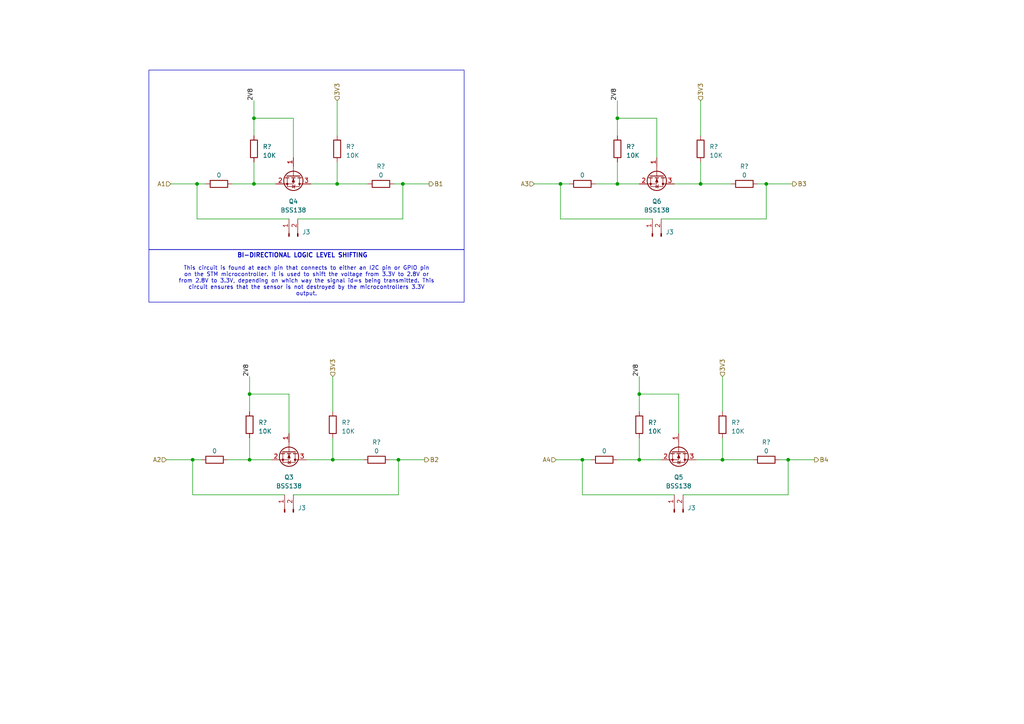
<source format=kicad_sch>
(kicad_sch (version 20230121) (generator eeschema)
  (paper "A4")
  (title_block (title "Logic Level Shifting") (rev "0.0v") (company "Univercity of Cape Town") (comment 1 "Author: Simon Carthew"))
  (lib_symbols
    (symbol "Connector:Conn_01x02_Pin" (pin_names (offset 1.016) hide)
      (property "Reference" "J" (at 0 2.54 0))
      (property "Value" "Conn_01x02_Pin" (at 0 -5.08 0))
      (symbol "Conn_01x02_Pin_1_1"
        (polyline (pts (xy 1.27 -2.54) (xy 0.8636 -2.54)) (stroke (width 0.1524)))
        (polyline (pts (xy 1.27 0) (xy 0.8636 0)) (stroke (width 0.1524)))
        (rectangle (start 0.8636 -2.413) (end 0 -2.667) (stroke (width 0.1524)) (fill (type outline)))
        (rectangle (start 0.8636 0.127) (end 0 -0.127) (stroke (width 0.1524)) (fill (type outline)))
        (pin passive line (at 5.08 0 180) (length 3.81) (name "Pin_1") (number "1"))
        (pin passive line (at 5.08 -2.54 180) (length 3.81) (name "Pin_2") (number "2"))
      )
    )
    (symbol "Device:R" (pin_numbers hide) (pin_names (offset 0))
      (property "Reference" "R" (at 2.032 0 90))
      (property "Value" "R" (at 0 0 90))
      (symbol "R_0_1"
        (rectangle (start -1.016 -2.54) (end 1.016 2.54) (stroke (width 0.254)))
      )
      (symbol "R_1_1"
        (pin passive line (at 0 3.81 270) (length 1.27) (name "~") (number "1"))
        (pin passive line (at 0 -3.81 90) (length 1.27) (name "~") (number "2"))
      )
    )
    (symbol "Transistor_FET:BSS138" (pin_names hide)
      (property "Reference" "Q" (at 5.08 1.905 0))
      (property "Value" "BSS138" (at 5.08 0 0))
      (symbol "BSS138_0_1"
        (polyline (pts (xy 0.254 0) (xy -2.54 0)))
        (polyline (pts (xy 0.254 1.905) (xy 0.254 -1.905)) (stroke (width 0.254)))
        (polyline (pts (xy 0.762 -1.27) (xy 0.762 -2.286)) (stroke (width 0.254)))
        (polyline (pts (xy 0.762 0.508) (xy 0.762 -0.508)) (stroke (width 0.254)))
        (polyline (pts (xy 0.762 2.286) (xy 0.762 1.27)) (stroke (width 0.254)))
        (polyline (pts (xy 2.54 2.54) (xy 2.54 1.778)))
        (polyline (pts (xy 2.54 -2.54) (xy 2.54 0) (xy 0.762 0)))
        (polyline (pts (xy 0.762 -1.778) (xy 3.302 -1.778) (xy 3.302 1.778) (xy 0.762 1.778)))
        (polyline (pts (xy 1.016 0) (xy 2.032 0.381) (xy 2.032 -0.381) (xy 1.016 0)) (fill (type outline)))
        (polyline (pts (xy 2.794 0.508) (xy 2.921 0.381) (xy 3.683 0.381) (xy 3.81 0.254)))
        (polyline (pts (xy 3.302 0.381) (xy 2.921 -0.254) (xy 3.683 -0.254) (xy 3.302 0.381)))
        (circle (center 1.651 0) (radius 2.794) (stroke (width 0.254)))
        (circle (center 2.54 -1.778) (radius 0.254) (fill (type outline)))
        (circle (center 2.54 1.778) (radius 0.254) (fill (type outline)))
      )
      (symbol "BSS138_1_1"
        (pin input line (at -5.08 0 0) (length 2.54) (name "G") (number "1"))
        (pin passive line (at 2.54 -5.08 90) (length 2.54) (name "S") (number "2"))
        (pin passive line (at 2.54 5.08 270) (length 2.54) (name "D") (number "3"))
      )
    )
  )
  (junction (at 96.52 133.35))
  (junction (at 97.79 53.34))
  (junction (at 57.15 53.34))
  (junction (at 73.66 34.29))
  (junction (at 116.84 53.34))
  (junction (at 185.42 114.3))
  (junction (at 179.07 53.34))
  (junction (at 162.56 53.34))
  (junction (at 73.66 53.34))
  (junction (at 72.39 114.3))
  (junction (at 203.2 53.34))
  (junction (at 179.07 34.29))
  (junction (at 115.57 133.35))
  (junction (at 168.91 133.35))
  (junction (at 72.39 133.35))
  (junction (at 185.42 133.35))
  (junction (at 55.88 133.35))
  (junction (at 228.6 133.35))
  (junction (at 222.25 53.34))
  (junction (at 209.55 133.35))
  (wire (pts (xy 83.82 114.3) (xy 83.82 125.73)))
  (wire (pts (xy 97.79 46.99) (xy 97.79 53.34)))
  (wire (pts (xy 222.25 63.5) (xy 222.25 53.34)))
  (wire (pts (xy 57.15 53.34) (xy 57.15 63.5)))
  (wire (pts (xy 48.26 133.35) (xy 55.88 133.35)))
  (wire (pts (xy 179.07 34.29) (xy 190.5 34.29)))
  (wire (pts (xy 162.56 63.5) (xy 189.23 63.5)))
  (wire (pts (xy 219.71 53.34) (xy 222.25 53.34)))
  (wire (pts (xy 72.39 114.3) (xy 83.82 114.3)))
  (wire (pts (xy 226.06 133.35) (xy 228.6 133.35)))
  (wire (pts (xy 168.91 143.51) (xy 195.58 143.51)))
  (wire (pts (xy 66.04 133.35) (xy 72.39 133.35)))
  (wire (pts (xy 191.77 63.5) (xy 222.25 63.5)))
  (wire (pts (xy 203.2 29.21) (xy 203.2 39.37)))
  (wire (pts (xy 203.2 53.34) (xy 212.09 53.34)))
  (wire (pts (xy 72.39 127) (xy 72.39 133.35)))
  (wire (pts (xy 179.07 53.34) (xy 185.42 53.34)))
  (wire (pts (xy 185.42 133.35) (xy 191.77 133.35)))
  (wire (pts (xy 179.07 133.35) (xy 185.42 133.35)))
  (wire (pts (xy 196.85 114.3) (xy 196.85 125.73)))
  (wire (pts (xy 97.79 53.34) (xy 106.68 53.34)))
  (wire (pts (xy 179.07 34.29) (xy 179.07 39.37)))
  (wire (pts (xy 55.88 133.35) (xy 55.88 143.51)))
  (wire (pts (xy 195.58 53.34) (xy 203.2 53.34)))
  (wire (pts (xy 72.39 114.3) (xy 72.39 119.38)))
  (wire (pts (xy 85.09 34.29) (xy 85.09 45.72)))
  (wire (pts (xy 228.6 143.51) (xy 228.6 133.35)))
  (wire (pts (xy 113.03 133.35) (xy 115.57 133.35)))
  (wire (pts (xy 115.57 133.35) (xy 123.19 133.35)))
  (wire (pts (xy 185.42 109.22) (xy 185.42 114.3)))
  (wire (pts (xy 96.52 133.35) (xy 105.41 133.35)))
  (wire (pts (xy 209.55 109.22) (xy 209.55 119.38)))
  (wire (pts (xy 86.36 63.5) (xy 116.84 63.5)))
  (wire (pts (xy 96.52 109.22) (xy 96.52 119.38)))
  (wire (pts (xy 97.79 29.21) (xy 97.79 39.37)))
  (wire (pts (xy 55.88 133.35) (xy 58.42 133.35)))
  (wire (pts (xy 168.91 133.35) (xy 168.91 143.51)))
  (wire (pts (xy 114.3 53.34) (xy 116.84 53.34)))
  (wire (pts (xy 73.66 46.99) (xy 73.66 53.34)))
  (wire (pts (xy 198.12 143.51) (xy 228.6 143.51)))
  (wire (pts (xy 162.56 53.34) (xy 165.1 53.34)))
  (wire (pts (xy 154.94 53.34) (xy 162.56 53.34)))
  (wire (pts (xy 73.66 29.21) (xy 73.66 34.29)))
  (wire (pts (xy 115.57 143.51) (xy 115.57 133.35)))
  (wire (pts (xy 201.93 133.35) (xy 209.55 133.35)))
  (wire (pts (xy 67.31 53.34) (xy 73.66 53.34)))
  (wire (pts (xy 88.9 133.35) (xy 96.52 133.35)))
  (wire (pts (xy 162.56 53.34) (xy 162.56 63.5)))
  (wire (pts (xy 228.6 133.35) (xy 236.22 133.35)))
  (wire (pts (xy 190.5 34.29) (xy 190.5 45.72)))
  (wire (pts (xy 55.88 143.51) (xy 82.55 143.51)))
  (wire (pts (xy 90.17 53.34) (xy 97.79 53.34)))
  (wire (pts (xy 209.55 133.35) (xy 218.44 133.35)))
  (wire (pts (xy 72.39 133.35) (xy 78.74 133.35)))
  (wire (pts (xy 49.53 53.34) (xy 57.15 53.34)))
  (wire (pts (xy 73.66 34.29) (xy 73.66 39.37)))
  (wire (pts (xy 168.91 133.35) (xy 171.45 133.35)))
  (wire (pts (xy 116.84 53.34) (xy 124.46 53.34)))
  (wire (pts (xy 209.55 127) (xy 209.55 133.35)))
  (wire (pts (xy 185.42 114.3) (xy 196.85 114.3)))
  (wire (pts (xy 57.15 53.34) (xy 59.69 53.34)))
  (wire (pts (xy 203.2 46.99) (xy 203.2 53.34)))
  (wire (pts (xy 57.15 63.5) (xy 83.82 63.5)))
  (wire (pts (xy 96.52 127) (xy 96.52 133.35)))
  (wire (pts (xy 222.25 53.34) (xy 229.87 53.34)))
  (wire (pts (xy 85.09 143.51) (xy 115.57 143.51)))
  (wire (pts (xy 73.66 53.34) (xy 80.01 53.34)))
  (wire (pts (xy 73.66 34.29) (xy 85.09 34.29)))
  (wire (pts (xy 185.42 114.3) (xy 185.42 119.38)))
  (wire (pts (xy 116.84 63.5) (xy 116.84 53.34)))
  (wire (pts (xy 179.07 46.99) (xy 179.07 53.34)))
  (wire (pts (xy 179.07 29.21) (xy 179.07 34.29)))
  (wire (pts (xy 185.42 127) (xy 185.42 133.35)))
  (wire (pts (xy 161.29 133.35) (xy 168.91 133.35)))
  (wire (pts (xy 72.39 109.22) (xy 72.39 114.3)))
  (wire (pts (xy 172.72 53.34) (xy 179.07 53.34)))
  (rectangle (start 43.18 20.32) (end 134.62 72.39))
  (text_box "\n\nThis circuit is found at each pin that connects to either an I2C pin or GPIO pin\non the STM microcontroller. It is used to shift the voltage from 3.3V to 2.8V or\nfrom 2.8V to 3.3V, depending on which way the signal id=s being transmitted. This\ncircuit ensures that the sensor is not destroyed by the microcontrollers 3.3V \noutput." (at 43.18 72.39 0) (size 91.44 15.24) (effects (font (size 1.15 1.15)) (justify top)))
  (text "BI-DIRECTIONAL LOGIC LEVEL SHIFTING" (at 106.68 74.93 0) (effects (font (size 1.27 1.27) (thickness 0.254) bold) (justify right bottom)))
  (label "2V8" (at 185.42 109.22 90))
  (label "2V8" (at 179.07 29.21 90))
  (label "2V8" (at 72.39 109.22 90))
  (label "2V8" (at 73.66 29.21 90))
  (hierarchical_label "B3" (shape output) (at 229.87 53.34 0))
  (hierarchical_label "A4" (shape input) (at 161.29 133.35 180))
  (hierarchical_label "A3" (shape input) (at 154.94 53.34 180))
  (hierarchical_label "B2" (shape output) (at 123.19 133.35 0))
  (hierarchical_label "A2" (shape input) (at 48.26 133.35 180))
  (hierarchical_label "3V3" (shape input) (at 96.52 109.22 90))
  (hierarchical_label "3V3" (shape input) (at 209.55 109.22 90))
  (hierarchical_label "A1" (shape input) (at 49.53 53.34 180))
  (hierarchical_label "B1" (shape output) (at 124.46 53.34 0))
  (hierarchical_label "B4" (shape output) (at 236.22 133.35 0))
  (hierarchical_label "3V3" (shape input) (at 97.79 29.21 90))
  (hierarchical_label "3V3" (shape input) (at 203.2 29.21 90))
  (symbol (lib_id "Device:R") (at 63.5 53.34 90) (unit 1)
    (property "Reference" "R?" (effects hide))
    (property "Value" "0" (at 63.5 50.8 90))
    (instances (project "Sensor_ModuleOld" (path "" (reference "R?") (unit 1))) (project "HAT" (path "" (reference "R17") (unit 1)) (path "" (reference "R15") (unit 1))) (project "main" (path "" (reference "R?") (unit 1))) (project "Sensor_Module" (path "" (reference "R?") (unit 1))))
  )
  (symbol (lib_id "Device:R") (at 96.52 123.19 0) (unit 1)
    (property "Reference" "R?" (at 99.06 122.555 0) (effects (justify left)))
    (property "Value" "10K" (at 99.06 125.095 0) (effects (justify left)))
    (instances (project "Sensor_ModuleOld" (path "" (reference "R?") (unit 1))) (project "HAT" (path "" (reference "R21") (unit 1)) (path "" (reference "R20") (unit 1))) (project "main" (path "" (reference "R?") (unit 1))) (project "Sensor_Module" (path "" (reference "R?") (unit 1))))
  )
  (symbol (lib_id "Connector:Conn_01x02_Pin") (at 82.55 148.59 90) (unit 1)
    (property "Reference" "J3" (at 86.36 147.32 90) (effects (justify right)))
    (property "Value" "Conn_01x02_Pin" (effects hide))
    (instances (project "HAT" (path "" (reference "J3") (unit 1)) (path "" (reference "J4") (unit 1))) (project "Sensor_Module" (path "" (reference "J?") (unit 1))))
  )
  (symbol (lib_id "Device:R") (at 110.49 53.34 90) (unit 1)
    (property "Reference" "R?" (at 110.49 48.26 90))
    (property "Value" "0" (at 110.49 50.8 90))
    (instances (project "Sensor_ModuleOld" (path "" (reference "R?") (unit 1))) (project "HAT" (path "" (reference "R23") (unit 1)) (path "" (reference "R21") (unit 1))) (project "main" (path "" (reference "R?") (unit 1))) (project "Sensor_Module" (path "" (reference "R?") (unit 1))))
  )
  (symbol (lib_id "Connector:Conn_01x02_Pin") (at 189.23 68.58 90) (unit 1)
    (property "Reference" "J3" (at 193.04 67.31 90) (effects (justify right)))
    (property "Value" "Conn_01x02_Pin" (effects hide))
    (instances (project "HAT" (path "" (reference "J3") (unit 1)) (path "" (reference "J1") (unit 1))) (project "Sensor_Module" (path "" (reference "J?") (unit 1))))
  )
  (symbol (lib_id "Device:R") (at 62.23 133.35 90) (unit 1)
    (property "Reference" "R?" (effects hide))
    (property "Value" "0" (at 62.23 130.81 90))
    (instances (project "Sensor_ModuleOld" (path "" (reference "R?") (unit 1))) (project "HAT" (path "" (reference "R17") (unit 1)) (path "" (reference "R16") (unit 1))) (project "main" (path "" (reference "R?") (unit 1))) (project "Sensor_Module" (path "" (reference "R?") (unit 1))))
  )
  (symbol (lib_id "Connector:Conn_01x02_Pin") (at 83.82 68.58 90) (unit 1)
    (property "Reference" "J3" (at 87.63 67.31 90) (effects (justify right)))
    (property "Value" "Conn_01x02_Pin" (effects hide))
    (instances (project "HAT" (path "" (reference "J3") (unit 1)) (path "" (reference "J3") (unit 1))) (project "Sensor_Module" (path "" (reference "J?") (unit 1))))
  )
  (symbol (lib_id "Device:R") (at 97.79 43.18 0) (unit 1)
    (property "Reference" "R?" (at 100.33 42.545 0) (effects (justify left)))
    (property "Value" "10K" (at 100.33 45.085 0) (effects (justify left)))
    (instances (project "Sensor_ModuleOld" (path "" (reference "R?") (unit 1))) (project "HAT" (path "" (reference "R21") (unit 1)) (path "" (reference "R19") (unit 1))) (project "main" (path "" (reference "R?") (unit 1))) (project "Sensor_Module" (path "" (reference "R?") (unit 1))))
  )
  (symbol (lib_id "Device:R") (at 109.22 133.35 90) (unit 1)
    (property "Reference" "R?" (at 109.22 128.27 90))
    (property "Value" "0" (at 109.22 130.81 90))
    (instances (project "Sensor_ModuleOld" (path "" (reference "R?") (unit 1))) (project "HAT" (path "" (reference "R23") (unit 1)) (path "" (reference "R22") (unit 1))) (project "main" (path "" (reference "R?") (unit 1))) (project "Sensor_Module" (path "" (reference "R?") (unit 1))))
  )
  (symbol (lib_id "Device:R") (at 222.25 133.35 90) (unit 1)
    (property "Reference" "R?" (at 222.25 128.27 90))
    (property "Value" "0" (at 222.25 130.81 90))
    (instances (project "Sensor_ModuleOld" (path "" (reference "R?") (unit 1))) (project "HAT" (path "" (reference "R23") (unit 1)) (path "" (reference "R44") (unit 1))) (project "main" (path "" (reference "R?") (unit 1))) (project "Sensor_Module" (path "" (reference "R?") (unit 1))))
  )
  (symbol (lib_id "Device:R") (at 73.66 43.18 0) (unit 1)
    (property "Reference" "R?" (at 76.2 42.545 0) (effects (justify left)))
    (property "Value" "10K" (at 76.2 45.085 0) (effects (justify left)))
    (instances (project "Sensor_ModuleOld" (path "" (reference "R?") (unit 1))) (project "HAT" (path "" (reference "R19") (unit 1)) (path "" (reference "R17") (unit 1))) (project "main" (path "" (reference "R?") (unit 1))) (project "Sensor_Module" (path "" (reference "R?") (unit 1))))
  )
  (symbol (lib_id "Transistor_FET:BSS138") (at 85.09 50.8 270) (unit 1)
    (property "Reference" "Q4" (at 85.09 58.42 90))
    (property "Value" "BSS138" (at 85.09 60.96 90))
    (property "Footprint" "Package_TO_SOT_SMD:SOT-23" (effects hide))
    (property "Datasheet" "https://www.onsemi.com/pub/Collateral/BSS138-D.PDF" (effects hide))
  )
  (symbol (lib_id "Device:R") (at 215.9 53.34 90) (unit 1)
    (property "Reference" "R?" (at 215.9 48.26 90))
    (property "Value" "0" (at 215.9 50.8 90))
    (instances (project "Sensor_ModuleOld" (path "" (reference "R?") (unit 1))) (project "HAT" (path "" (reference "R23") (unit 1)) (path "" (reference "R13") (unit 1))) (project "main" (path "" (reference "R?") (unit 1))) (project "Sensor_Module" (path "" (reference "R?") (unit 1))))
  )
  (symbol (lib_id "Device:R") (at 179.07 43.18 0) (unit 1)
    (property "Reference" "R?" (at 181.61 42.545 0) (effects (justify left)))
    (property "Value" "10K" (at 181.61 45.085 0) (effects (justify left)))
    (instances (project "Sensor_ModuleOld" (path "" (reference "R?") (unit 1))) (project "HAT" (path "" (reference "R19") (unit 1)) (path "" (reference "R9") (unit 1))) (project "main" (path "" (reference "R?") (unit 1))) (project "Sensor_Module" (path "" (reference "R?") (unit 1))))
  )
  (symbol (lib_id "Transistor_FET:BSS138") (at 190.5 50.8 270) (unit 1)
    (property "Reference" "Q6" (at 190.5 58.42 90))
    (property "Value" "BSS138" (at 190.5 60.96 90))
    (property "Footprint" "Package_TO_SOT_SMD:SOT-23" (effects hide))
    (property "Datasheet" "https://www.onsemi.com/pub/Collateral/BSS138-D.PDF" (effects hide))
  )
  (symbol (lib_id "Device:R") (at 203.2 43.18 0) (unit 1)
    (property "Reference" "R?" (at 205.74 42.545 0) (effects (justify left)))
    (property "Value" "10K" (at 205.74 45.085 0) (effects (justify left)))
    (instances (project "Sensor_ModuleOld" (path "" (reference "R?") (unit 1))) (project "HAT" (path "" (reference "R21") (unit 1)) (path "" (reference "R12") (unit 1))) (project "main" (path "" (reference "R?") (unit 1))) (project "Sensor_Module" (path "" (reference "R?") (unit 1))))
  )
  (symbol (lib_id "Device:R") (at 175.26 133.35 90) (unit 1)
    (property "Reference" "R?" (effects hide))
    (property "Value" "0" (at 175.26 130.81 90))
    (instances (project "Sensor_ModuleOld" (path "" (reference "R?") (unit 1))) (project "HAT" (path "" (reference "R17") (unit 1)) (path "" (reference "R23") (unit 1))) (project "main" (path "" (reference "R?") (unit 1))) (project "Sensor_Module" (path "" (reference "R?") (unit 1))))
  )
  (symbol (lib_id "Transistor_FET:BSS138") (at 83.82 130.81 270) (unit 1)
    (property "Reference" "Q3" (at 83.82 138.43 90))
    (property "Value" "BSS138" (at 83.82 140.97 90))
    (property "Footprint" "Package_TO_SOT_SMD:SOT-23" (effects hide))
    (property "Datasheet" "https://www.onsemi.com/pub/Collateral/BSS138-D.PDF" (effects hide))
  )
  (symbol (lib_id "Device:R") (at 209.55 123.19 0) (unit 1)
    (property "Reference" "R?" (at 212.09 122.555 0) (effects (justify left)))
    (property "Value" "10K" (at 212.09 125.095 0) (effects (justify left)))
    (instances (project "Sensor_ModuleOld" (path "" (reference "R?") (unit 1))) (project "HAT" (path "" (reference "R21") (unit 1)) (path "" (reference "R43") (unit 1))) (project "main" (path "" (reference "R?") (unit 1))) (project "Sensor_Module" (path "" (reference "R?") (unit 1))))
  )
  (symbol (lib_id "Transistor_FET:BSS138") (at 196.85 130.81 270) (unit 1)
    (property "Reference" "Q5" (at 196.85 138.43 90))
    (property "Value" "BSS138" (at 196.85 140.97 90))
    (property "Footprint" "Package_TO_SOT_SMD:SOT-23" (effects hide))
    (property "Datasheet" "https://www.onsemi.com/pub/Collateral/BSS138-D.PDF" (effects hide))
  )
  (symbol (lib_id "Connector:Conn_01x02_Pin") (at 195.58 148.59 90) (unit 1)
    (property "Reference" "J3" (at 199.39 147.32 90) (effects (justify right)))
    (property "Value" "Conn_01x02_Pin" (effects hide))
    (instances (project "HAT" (path "" (reference "J3") (unit 1)) (path "" (reference "J13") (unit 1))) (project "Sensor_Module" (path "" (reference "J?") (unit 1))))
  )
  (symbol (lib_id "Device:R") (at 72.39 123.19 0) (unit 1)
    (property "Reference" "R?" (at 74.93 122.555 0) (effects (justify left)))
    (property "Value" "10K" (at 74.93 125.095 0) (effects (justify left)))
    (instances (project "Sensor_ModuleOld" (path "" (reference "R?") (unit 1))) (project "HAT" (path "" (reference "R19") (unit 1)) (path "" (reference "R18") (unit 1))) (project "main" (path "" (reference "R?") (unit 1))) (project "Sensor_Module" (path "" (reference "R?") (unit 1))))
  )
  (symbol (lib_id "Device:R") (at 168.91 53.34 90) (unit 1)
    (property "Reference" "R?" (effects hide))
    (property "Value" "0" (at 168.91 50.8 90))
    (instances (project "Sensor_ModuleOld" (path "" (reference "R?") (unit 1))) (project "HAT" (path "" (reference "R17") (unit 1)) (path "" (reference "R8") (unit 1))) (project "main" (path "" (reference "R?") (unit 1))) (project "Sensor_Module" (path "" (reference "R?") (unit 1))))
  )
  (symbol (lib_id "Device:R") (at 185.42 123.19 0) (unit 1)
    (property "Reference" "R?" (at 187.96 122.555 0) (effects (justify left)))
    (property "Value" "10K" (at 187.96 125.095 0) (effects (justify left)))
    (instances (project "Sensor_ModuleOld" (path "" (reference "R?") (unit 1))) (project "HAT" (path "" (reference "R19") (unit 1)) (path "" (reference "R24") (unit 1))) (project "main" (path "" (reference "R?") (unit 1))) (project "Sensor_Module" (path "" (reference "R?") (unit 1))))
  )
)
</source>
